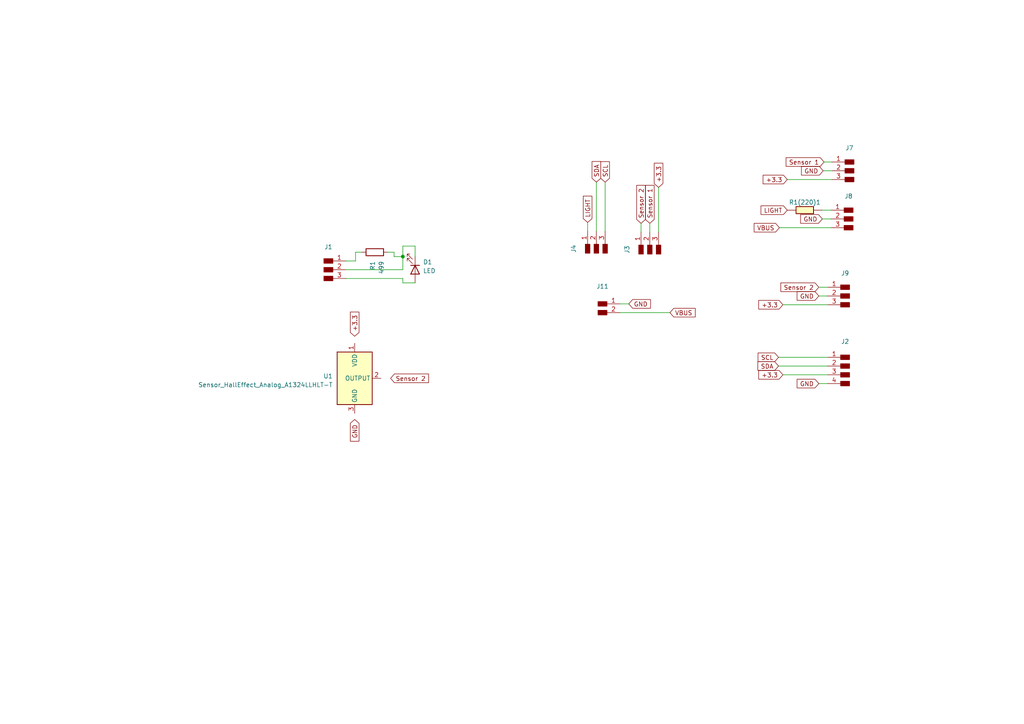
<source format=kicad_sch>
(kicad_sch (version 20230121) (generator eeschema)
  (paper "A4")
  (lib_symbols
    (symbol "Device:LED" (pin_numbers hide) (pin_names (offset 1.016) hide)
      (property "Reference" "D" (at 0 2.54 0))
      (property "Value" "LED" (at 0 -2.54 0))
      (symbol "LED_0_1"
        (polyline (pts (xy -1.27 -1.27) (xy -1.27 1.27)) (stroke (width 0.254)))
        (polyline (pts (xy -1.27 0) (xy 1.27 0)))
        (polyline (pts (xy 1.27 -1.27) (xy 1.27 1.27) (xy -1.27 0) (xy 1.27 -1.27)) (stroke (width 0.254)))
        (polyline (pts (xy -3.048 -0.762) (xy -4.572 -2.286) (xy -3.81 -2.286) (xy -4.572 -2.286) (xy -4.572 -1.524)))
        (polyline (pts (xy -1.778 -0.762) (xy -3.302 -2.286) (xy -2.54 -2.286) (xy -3.302 -2.286) (xy -3.302 -1.524)))
      )
      (symbol "LED_1_1"
        (pin passive line (at -3.81 0 0) (length 2.54) (name "K") (number "1"))
        (pin passive line (at 3.81 0 180) (length 2.54) (name "A") (number "2"))
      )
    )
    (symbol "Device:R" (pin_numbers hide) (pin_names (offset 0))
      (property "Reference" "R" (at 2.032 0 90))
      (property "Value" "R" (at 0 0 90))
      (symbol "R_0_1"
        (rectangle (start -1.016 -2.54) (end 1.016 2.54) (stroke (width 0.254)))
      )
      (symbol "R_1_1"
        (pin passive line (at 0 3.81 270) (length 1.27) (name "~") (number "1"))
        (pin passive line (at 0 -3.81 90) (length 1.27) (name "~") (number "2"))
      )
    )
    (symbol "fab:Conn_PinHeader_1x02_P2.54mm_Horizontal_SMD" (pin_names hide)
      (property "Reference" "J" (at 0 2.54 0))
      (property "Value" "Conn_PinHeader_1x02_P2.54mm_Horizontal_SMD" (at 0 -5.08 0))
      (symbol "Conn_PinHeader_1x02_P2.54mm_Horizontal_SMD_1_1"
        (rectangle (start -1.27 -1.905) (end 1.27 -3.175) (stroke (width 0.254)) (fill (type outline)))
        (rectangle (start -1.27 0.635) (end 1.27 -0.635) (stroke (width 0.254)) (fill (type outline)))
        (pin passive line (at 5.08 0 180) (length 3.81) (name "Pin_1") (number "1"))
        (pin passive line (at 5.08 -2.54 180) (length 3.81) (name "Pin_2") (number "2"))
      )
    )
    (symbol "fab:Conn_PinHeader_1x03_P2.54mm_Vertical_THT_D1mm" (pin_names hide)
      (property "Reference" "J" (at 0 5.08 0))
      (property "Value" "Conn_PinHeader_1x03_P2.54mm_Vertical_THT_D1mm" (at 0 -5.08 0))
      (symbol "Conn_PinHeader_1x03_P2.54mm_Vertical_THT_D1mm_1_1"
        (rectangle (start -1.27 -1.905) (end 1.27 -3.175) (stroke (width 0.254)) (fill (type outline)))
        (rectangle (start -1.27 0.635) (end 1.27 -0.635) (stroke (width 0.254)) (fill (type outline)))
        (rectangle (start -1.27 3.175) (end 1.27 1.905) (stroke (width 0.254)) (fill (type outline)))
        (pin passive line (at 5.08 2.54 180) (length 3.81) (name "Pin_1") (number "1"))
        (pin passive line (at 5.08 0 180) (length 3.81) (name "Pin_2") (number "2"))
        (pin passive line (at 5.08 -2.54 180) (length 3.81) (name "Pin_3") (number "3"))
      )
    )
    (symbol "fab:Conn_PinHeader_1x04_P2.54mm_Horizontal_SMD" (pin_names hide)
      (property "Reference" "J" (at 0 5.08 0))
      (property "Value" "Conn_PinHeader_1x04_P2.54mm_Horizontal_SMD" (at 0 -7.62 0))
      (symbol "Conn_PinHeader_1x04_P2.54mm_Horizontal_SMD_1_1"
        (rectangle (start -1.27 -4.445) (end 1.27 -5.715) (stroke (width 0.254)) (fill (type outline)))
        (rectangle (start -1.27 -1.905) (end 1.27 -3.175) (stroke (width 0.254)) (fill (type outline)))
        (rectangle (start -1.27 0.635) (end 1.27 -0.635) (stroke (width 0.254)) (fill (type outline)))
        (rectangle (start -1.27 3.175) (end 1.27 1.905) (stroke (width 0.254)) (fill (type outline)))
        (pin passive line (at 5.08 2.54 180) (length 3.81) (name "Pin_1") (number "1"))
        (pin passive line (at 5.08 0 180) (length 3.81) (name "Pin_2") (number "2"))
        (pin passive line (at 5.08 -2.54 180) (length 3.81) (name "Pin_3") (number "3"))
        (pin passive line (at 5.08 -5.08 180) (length 3.81) (name "Pin_4") (number "4"))
      )
    )
    (symbol "fab:R_1206" (pin_numbers hide) (pin_names (offset 0))
      (property "Reference" "R" (at 2.54 0 90))
      (property "Value" "R_1206" (at -2.54 0 90))
      (symbol "R_1206_0_1"
        (rectangle (start -1.016 -2.54) (end 1.016 2.54) (stroke (width 0.254)) (fill (type background)))
      )
      (symbol "R_1206_1_1"
        (pin passive line (at 0 5.08 270) (length 2.54) (name "~") (number "1"))
        (pin passive line (at 0 -5.08 90) (length 2.54) (name "~") (number "2"))
      )
    )
    (symbol "fab:Sensor_HallEffect_Analog_A1324LLHLT-T"
      (property "Reference" "U" (at -5.08 8.89 0))
      (property "Value" "Sensor_HallEffect_Analog_A1324LLHLT-T" (at 1.27 8.89 0))
      (symbol "Sensor_HallEffect_Analog_A1324LLHLT-T_0_1"
        (rectangle (start 5.08 7.62) (end -5.08 -7.62) (stroke (width 0.254)) (fill (type background)))
      )
      (symbol "Sensor_HallEffect_Analog_A1324LLHLT-T_1_1"
        (pin power_in line (at 0 10.16 270) (length 2.54) (name "VDD") (number "1"))
        (pin open_collector line (at 7.62 0 180) (length 2.54) (name "OUTPUT") (number "2"))
        (pin power_in line (at 0 -10.16 90) (length 2.54) (name "GND") (number "3"))
      )
    )
  )
  (junction (at 116.84 74.422))
  (wire (pts (xy 226.06 66.04) (xy 241.046 66.04)))
  (wire (pts (xy 179.832 90.678) (xy 194.31 90.678)))
  (wire (pts (xy 240.03 111.252) (xy 237.49 111.252)))
  (wire (pts (xy 120.396 74.422) (xy 120.396 71.374)))
  (wire (pts (xy 240.03 88.392) (xy 227.076 88.392)))
  (wire (pts (xy 225.806 103.632) (xy 240.03 103.632)))
  (wire (pts (xy 175.514 52.832) (xy 175.514 67.056)))
  (wire (pts (xy 114.3 73.152) (xy 114.3 74.422)))
  (wire (pts (xy 241.046 63.5) (xy 238.506 63.5)))
  (wire (pts (xy 240.03 83.312) (xy 237.49 83.312)))
  (wire (pts (xy 120.396 71.374) (xy 116.84 71.374)))
  (wire (pts (xy 225.806 106.172) (xy 240.03 106.172)))
  (wire (pts (xy 241.3 49.53) (xy 238.76 49.53)))
  (wire (pts (xy 241.046 60.96) (xy 238.506 60.96)))
  (wire (pts (xy 112.522 73.152) (xy 114.3 73.152)))
  (wire (pts (xy 103.124 75.692) (xy 103.124 73.152)))
  (wire (pts (xy 239.014 46.99) (xy 241.3 46.99)))
  (wire (pts (xy 188.468 67.31) (xy 188.468 64.77)))
  (wire (pts (xy 103.124 73.152) (xy 104.902 73.152)))
  (wire (pts (xy 179.832 88.138) (xy 182.372 88.138)))
  (wire (pts (xy 116.84 74.422) (xy 116.84 78.232)))
  (wire (pts (xy 240.03 85.852) (xy 237.49 85.852)))
  (wire (pts (xy 114.3 74.422) (xy 116.84 74.422)))
  (wire (pts (xy 116.84 78.232) (xy 100.33 78.232)))
  (wire (pts (xy 191.008 67.31) (xy 191.008 54.356)))
  (wire (pts (xy 172.974 52.832) (xy 172.974 67.056)))
  (wire (pts (xy 116.84 82.042) (xy 120.396 82.042)))
  (wire (pts (xy 100.33 75.692) (xy 103.124 75.692)))
  (wire (pts (xy 116.84 80.772) (xy 116.84 82.042)))
  (wire (pts (xy 240.03 108.712) (xy 227.076 108.712)))
  (wire (pts (xy 241.3 52.07) (xy 228.346 52.07)))
  (wire (pts (xy 170.434 67.056) (xy 170.434 64.516)))
  (wire (pts (xy 116.84 71.374) (xy 116.84 74.422)))
  (wire (pts (xy 185.928 67.31) (xy 185.928 64.77)))
  (wire (pts (xy 100.33 80.772) (xy 116.84 80.772)))
  (global_label "Sensor 1" (shape input) (at 188.468 64.77 90) (property "Intersheetrefs" "${INTERSHEET_REFS}" (effects hide)))
  (global_label "+3.3" (shape input) (at 227.076 88.392 180) (property "Intersheetrefs" "${INTERSHEET_REFS}" (effects hide)))
  (global_label "GND" (shape input) (at 182.372 88.138 0) (property "Intersheetrefs" "${INTERSHEET_REFS}" (effects hide)))
  (global_label "Sensor 2" (shape input) (at 185.928 64.77 90) (property "Intersheetrefs" "${INTERSHEET_REFS}" (effects hide)))
  (global_label "LIGHT" (shape input) (at 228.346 60.96 180) (property "Intersheetrefs" "${INTERSHEET_REFS}" (effects hide)))
  (global_label "+3.3" (shape input) (at 102.87 97.536 90) (property "Intersheetrefs" "${INTERSHEET_REFS}" (effects hide)))
  (global_label "+3.3" (shape input) (at 227.076 108.712 180) (property "Intersheetrefs" "${INTERSHEET_REFS}" (effects hide)))
  (global_label "+3.3" (shape input) (at 191.008 54.356 90) (property "Intersheetrefs" "${INTERSHEET_REFS}" (effects hide)))
  (global_label "GND" (shape input) (at 238.506 63.5 180) (property "Intersheetrefs" "${INTERSHEET_REFS}" (effects hide)))
  (global_label "GND" (shape input) (at 238.76 49.53 180) (property "Intersheetrefs" "${INTERSHEET_REFS}" (effects hide)))
  (global_label "VBUS" (shape input) (at 226.06 66.04 180) (property "Intersheetrefs" "${INTERSHEET_REFS}" (effects hide)))
  (global_label "SDA" (shape input) (at 225.806 106.172 180) (property "Intersheetrefs" "${INTERSHEET_REFS}" (effects hide)))
  (global_label "GND" (shape input) (at 237.49 85.852 180) (property "Intersheetrefs" "${INTERSHEET_REFS}" (effects hide)))
  (global_label "SCL" (shape input) (at 225.806 103.632 180) (property "Intersheetrefs" "${INTERSHEET_REFS}" (effects hide)))
  (global_label "Sensor 1" (shape input) (at 239.014 46.99 180) (property "Intersheetrefs" "${INTERSHEET_REFS}" (effects hide)))
  (global_label "GND" (shape input) (at 102.87 121.666 270) (property "Intersheetrefs" "${INTERSHEET_REFS}" (effects hide)))
  (global_label "SDA" (shape input) (at 172.974 52.832 90) (property "Intersheetrefs" "${INTERSHEET_REFS}" (effects hide)))
  (global_label "Sensor 2" (shape input) (at 237.49 83.312 180) (property "Intersheetrefs" "${INTERSHEET_REFS}" (effects hide)))
  (global_label "VBUS" (shape input) (at 194.31 90.678 0) (property "Intersheetrefs" "${INTERSHEET_REFS}" (effects hide)))
  (global_label "GND" (shape input) (at 237.49 111.252 180) (property "Intersheetrefs" "${INTERSHEET_REFS}" (effects hide)))
  (global_label "SCL" (shape input) (at 175.514 52.832 90) (property "Intersheetrefs" "${INTERSHEET_REFS}" (effects hide)))
  (global_label "LIGHT" (shape input) (at 170.434 64.516 90) (property "Intersheetrefs" "${INTERSHEET_REFS}" (effects hide)))
  (global_label "Sensor 2" (shape input) (at 113.284 109.728 0) (property "Intersheetrefs" "${INTERSHEET_REFS}" (effects hide)))
  (global_label "+3.3" (shape input) (at 228.346 52.07 180) (property "Intersheetrefs" "${INTERSHEET_REFS}" (effects hide)))
  (symbol (lib_id "Device:LED") (at 120.396 78.232 270) (unit 1)
    (property "Reference" "D1" (at 122.682 76.0095 90) (effects (justify left)))
    (property "Value" "LED" (at 122.682 78.5495 90) (effects (justify left)))
    (property "Footprint" "fab:LED_1206" (effects hide))
  )
  (symbol (lib_id "fab:Conn_PinHeader_1x03_P2.54mm_Vertical_THT_D1mm") (at 246.126 63.5 0) (mirror y) (unit 1)
    (property "Reference" "J8" (at 246.126 56.896 0))
    (property "Value" "Conn_PinHeader_1x03_P2.54mm_Vertical_THT_D1mm" (effects hide))
    (property "Footprint" "fab:PinHeader_1x03_P2.54mm_Vertical_THT_D1mm" (effects hide))
  )
  (symbol (lib_id "fab:Conn_PinHeader_1x04_P2.54mm_Horizontal_SMD") (at 245.11 106.172 0) (mirror y) (unit 1)
    (property "Reference" "J2" (at 245.11 99.06 0))
    (property "Value" "Conn_PinHeader_1x04_P2.54mm_Horizontal_SMD" (effects hide))
    (property "Footprint" "fab:PinHeader_1x04_P2.54mm_Vertical_THT_D1mm" (effects hide))
  )
  (symbol (lib_id "fab:Conn_PinHeader_1x03_P2.54mm_Vertical_THT_D1mm") (at 246.38 49.53 0) (mirror y) (unit 1)
    (property "Reference" "J7" (at 246.38 42.926 0))
    (property "Value" "Conn_PinHeader_1x03_P2.54mm_Vertical_THT_D1mm" (effects hide))
    (property "Footprint" "fab:PinHeader_1x03_P2.54mm_Vertical_THT_D1mm" (effects hide))
  )
  (symbol (lib_id "fab:Conn_PinHeader_1x02_P2.54mm_Horizontal_SMD") (at 174.752 88.138 0) (unit 1)
    (property "Reference" "J11" (at 174.752 83.058 0))
    (property "Value" "Conn_PinHeader_1x02_P2.54mm_Horizontal_SMD" (effects hide))
    (property "Footprint" "fab:PinHeader_1x02_P2.54mm_Vertical_THT_D1mm" (effects hide))
  )
  (symbol (lib_id "fab:R_1206") (at 233.426 60.96 90) (unit 1)
    (property "Reference" "R1(220)1" (at 233.426 58.674 90))
    (property "Value" "R_1206" (effects hide))
    (property "Footprint" "fab:R_1206" (effects hide))
  )
  (symbol (lib_id "fab:Sensor_HallEffect_Analog_A1324LLHLT-T") (at 102.87 109.728 0) (unit 1)
    (property "Reference" "U1" (at 96.52 109.093 0) (effects (justify right)))
    (property "Value" "Sensor_HallEffect_Analog_A1324LLHLT-T" (at 96.52 111.633 0) (effects (justify right)))
    (property "Footprint" "fab:SOT-23-3" (effects hide))
    (property "Datasheet" "https://www.allegromicro.com/~/media/Files/Datasheets/A1324-5-6-Datasheet.ashx" (effects hide))
  )
  (symbol (lib_id "fab:Conn_PinHeader_1x03_P2.54mm_Vertical_THT_D1mm") (at 172.974 72.136 90) (unit 1)
    (property "Reference" "J4" (at 166.37 72.136 0))
    (property "Value" "Conn_PinHeader_1x03_P2.54mm_Vertical_THT_D1mm" (effects hide))
    (property "Footprint" "fab:PinHeader_1x03_P2.54mm_Vertical_THT_D1mm" (effects hide))
  )
  (symbol (lib_id "fab:Conn_PinHeader_1x03_P2.54mm_Vertical_THT_D1mm") (at 188.468 72.39 90) (unit 1)
    (property "Reference" "J3" (at 181.864 72.39 0))
    (property "Value" "Conn_PinHeader_1x03_P2.54mm_Vertical_THT_D1mm" (effects hide))
    (property "Footprint" "fab:PinHeader_1x03_P2.54mm_Vertical_THT_D1mm" (effects hide))
  )
  (symbol (lib_id "fab:Conn_PinHeader_1x03_P2.54mm_Vertical_THT_D1mm") (at 245.11 85.852 0) (mirror y) (unit 1)
    (property "Reference" "J9" (at 245.11 79.248 0))
    (property "Value" "Conn_PinHeader_1x03_P2.54mm_Vertical_THT_D1mm" (effects hide))
    (property "Footprint" "fab:PinHeader_1x03_P2.54mm_Vertical_THT_D1mm" (effects hide))
  )
  (symbol (lib_id "Device:R") (at 108.712 73.152 90) (mirror x) (unit 1)
    (property "Reference" "R1" (at 108.077 75.692 0) (effects (justify left)))
    (property "Value" "499" (at 110.617 75.692 0) (effects (justify left)))
    (property "Footprint" "fab:R_1206" (effects hide))
  )
  (symbol (lib_id "fab:Conn_PinHeader_1x03_P2.54mm_Vertical_THT_D1mm") (at 95.25 78.232 0) (unit 1)
    (property "Reference" "J1" (at 95.25 71.628 0))
    (property "Value" "Conn_PinHeader_1x03_P2.54mm_Vertical_THT_D1mm" (effects hide))
    (property "Footprint" "fab:PinHeader_1x03_P2.54mm_Vertical_THT_D1mm" (effects hide))
  )
)
</source>
